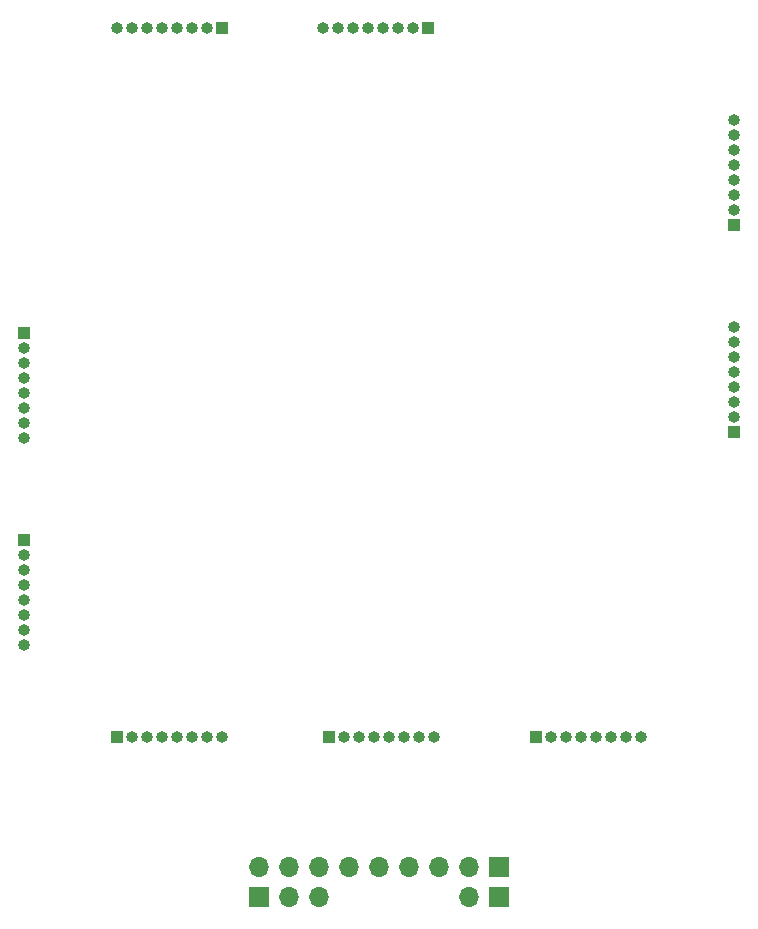
<source format=gbr>
%TF.GenerationSoftware,KiCad,Pcbnew,7.0.2-6a45011f42~172~ubuntu22.04.1*%
%TF.CreationDate,2023-05-18T14:46:19+01:00*%
%TF.ProjectId,KX134_array,4b583133-345f-4617-9272-61792e6b6963,rev?*%
%TF.SameCoordinates,Original*%
%TF.FileFunction,Soldermask,Bot*%
%TF.FilePolarity,Negative*%
%FSLAX46Y46*%
G04 Gerber Fmt 4.6, Leading zero omitted, Abs format (unit mm)*
G04 Created by KiCad (PCBNEW 7.0.2-6a45011f42~172~ubuntu22.04.1) date 2023-05-18 14:46:19*
%MOMM*%
%LPD*%
G01*
G04 APERTURE LIST*
%ADD10R,1.000000X1.000000*%
%ADD11O,1.000000X1.000000*%
%ADD12R,1.700000X1.700000*%
%ADD13O,1.700000X1.700000*%
G04 APERTURE END LIST*
D10*
%TO.C,J7*%
X163300000Y-112550000D03*
D11*
X164570000Y-112550000D03*
X165840000Y-112550000D03*
X167110000Y-112550000D03*
X168380000Y-112550000D03*
X169650000Y-112550000D03*
X170920000Y-112550000D03*
X172190000Y-112550000D03*
%TD*%
D10*
%TO.C,J1*%
X154200000Y-52450000D03*
D11*
X152930000Y-52450000D03*
X151660000Y-52450000D03*
X150390000Y-52450000D03*
X149120000Y-52450000D03*
X147850000Y-52450000D03*
X146580000Y-52450000D03*
X145310000Y-52450000D03*
%TD*%
D10*
%TO.C,J2*%
X171700000Y-52450000D03*
D11*
X170430000Y-52450000D03*
X169160000Y-52450000D03*
X167890000Y-52450000D03*
X166620000Y-52450000D03*
X165350000Y-52450000D03*
X164080000Y-52450000D03*
X162810000Y-52450000D03*
%TD*%
D10*
%TO.C,J8*%
X180800000Y-112550000D03*
D11*
X182070000Y-112550000D03*
X183340000Y-112550000D03*
X184610000Y-112550000D03*
X185880000Y-112550000D03*
X187150000Y-112550000D03*
X188420000Y-112550000D03*
X189690000Y-112550000D03*
%TD*%
D10*
%TO.C,J3*%
X197550000Y-69199999D03*
D11*
X197550000Y-67929999D03*
X197550000Y-66659999D03*
X197550000Y-65389999D03*
X197550000Y-64119999D03*
X197550000Y-62849999D03*
X197550000Y-61579999D03*
X197550000Y-60309999D03*
%TD*%
D10*
%TO.C,J9*%
X137450000Y-95800000D03*
D11*
X137450000Y-97070000D03*
X137450000Y-98340000D03*
X137450000Y-99610000D03*
X137450000Y-100880000D03*
X137450000Y-102150000D03*
X137450000Y-103420000D03*
X137450000Y-104690000D03*
%TD*%
D10*
%TO.C,J4*%
X197550000Y-86699999D03*
D11*
X197550000Y-85429999D03*
X197550000Y-84159999D03*
X197550000Y-82889999D03*
X197550000Y-81619999D03*
X197550000Y-80349999D03*
X197550000Y-79079999D03*
X197550000Y-77809999D03*
%TD*%
D10*
%TO.C,J5*%
X145300000Y-112550000D03*
D11*
X146570000Y-112550000D03*
X147840000Y-112550000D03*
X149110000Y-112550000D03*
X150380000Y-112550000D03*
X151650000Y-112550000D03*
X152920000Y-112550000D03*
X154190000Y-112550000D03*
%TD*%
D10*
%TO.C,J6*%
X137450000Y-78300000D03*
D11*
X137450000Y-79570000D03*
X137450000Y-80840000D03*
X137450000Y-82110000D03*
X137450000Y-83380000D03*
X137450000Y-84650000D03*
X137450000Y-85920000D03*
X137450000Y-87190000D03*
%TD*%
D12*
%TO.C,J10*%
X177660000Y-123500000D03*
D13*
X175120000Y-123500000D03*
X172580000Y-123500000D03*
X170040000Y-123500000D03*
X167500000Y-123500000D03*
X164960000Y-123500000D03*
X162420000Y-123500000D03*
X159880000Y-123500000D03*
X157340000Y-123500000D03*
%TD*%
D12*
%TO.C,J12*%
X177660000Y-126040000D03*
D13*
X175120000Y-126040000D03*
%TD*%
D12*
%TO.C,J11*%
X157340000Y-126040000D03*
D13*
X159880000Y-126040000D03*
X162420000Y-126040000D03*
%TD*%
M02*

</source>
